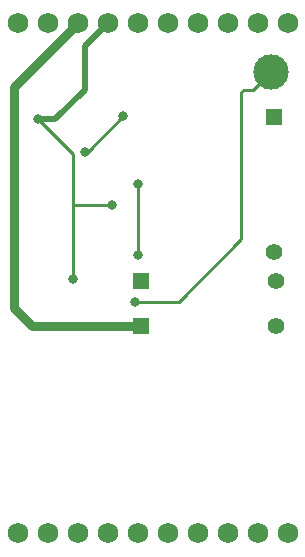
<source format=gbr>
%TF.GenerationSoftware,KiCad,Pcbnew,8.0.8*%
%TF.CreationDate,2025-02-16T23:43:51-05:00*%
%TF.ProjectId,Precharge Module V2.1,50726563-6861-4726-9765-204d6f64756c,rev?*%
%TF.SameCoordinates,Original*%
%TF.FileFunction,Copper,L2,Bot*%
%TF.FilePolarity,Positive*%
%FSLAX46Y46*%
G04 Gerber Fmt 4.6, Leading zero omitted, Abs format (unit mm)*
G04 Created by KiCad (PCBNEW 8.0.8) date 2025-02-16 23:43:51*
%MOMM*%
%LPD*%
G01*
G04 APERTURE LIST*
%TA.AperFunction,ComponentPad*%
%ADD10R,1.397000X1.397000*%
%TD*%
%TA.AperFunction,ComponentPad*%
%ADD11C,1.397000*%
%TD*%
%TA.AperFunction,ComponentPad*%
%ADD12C,3.000000*%
%TD*%
%TA.AperFunction,ComponentPad*%
%ADD13C,1.750000*%
%TD*%
%TA.AperFunction,ViaPad*%
%ADD14C,0.800000*%
%TD*%
%TA.AperFunction,Conductor*%
%ADD15C,0.500000*%
%TD*%
%TA.AperFunction,Conductor*%
%ADD16C,0.250000*%
%TD*%
%TA.AperFunction,Conductor*%
%ADD17C,0.750000*%
%TD*%
G04 APERTURE END LIST*
D10*
%TO.P,R6,1*%
%TO.N,Net-(Q4-D)*%
X61250000Y-51000000D03*
D11*
%TO.P,R6,2*%
%TO.N,Net-(Q1-E)*%
X72680000Y-51000000D03*
%TD*%
D12*
%TO.P,PC COIL -,1,1*%
%TO.N,Net-(D3-A)*%
X72250000Y-29500000D03*
%TD*%
D10*
%TO.P,R8,1*%
%TO.N,Net-(Q1-C)*%
X61250000Y-47250000D03*
D11*
%TO.P,R8,2*%
%TO.N,Net-(Q2-G)*%
X72680000Y-47250000D03*
%TD*%
D10*
%TO.P,R7,1*%
%TO.N,Net-(Q3-G)*%
X72500000Y-33285000D03*
D11*
%TO.P,R7,2*%
%TO.N,Net-(Q2-G)*%
X72500000Y-44715000D03*
%TD*%
D13*
%TO.P,J2,1,1*%
%TO.N,N/C*%
X50800000Y-68580000D03*
%TO.P,J2,2,2*%
X53340000Y-68580000D03*
%TO.P,J2,3,3*%
X55880000Y-68580000D03*
%TO.P,J2,4,4*%
X58420000Y-68580000D03*
%TO.P,J2,5,5*%
X60960000Y-68580000D03*
%TO.P,J2,6,6*%
X63500000Y-68580000D03*
%TO.P,J2,7,7*%
X66040000Y-68580000D03*
%TO.P,J2,8,8*%
X68580000Y-68580000D03*
%TO.P,J2,9,9*%
X71120000Y-68580000D03*
%TO.P,J2,10,10*%
X73660000Y-68580000D03*
%TD*%
%TO.P,J1,1,1*%
%TO.N,Net-(Q2-D)*%
X50800000Y-25400000D03*
%TO.P,J1,2,2*%
%TO.N,Net-(Q3-D)*%
X53340000Y-25400000D03*
%TO.P,J1,3,3*%
%TO.N,Net-(Q4-D)*%
X55880000Y-25400000D03*
%TO.P,J1,4,4*%
%TO.N,Net-(Q1-C)*%
X58420000Y-25400000D03*
%TO.P,J1,5,5*%
%TO.N,Net-(D3-A)*%
X60960000Y-25400000D03*
%TO.P,J1,6,6*%
%TO.N,unconnected-(J1-Pad6)*%
X63500000Y-25400000D03*
%TO.P,J1,7,7*%
%TO.N,unconnected-(J1-Pad7)*%
X66040000Y-25400000D03*
%TO.P,J1,8,8*%
%TO.N,unconnected-(J1-Pad8)*%
X68580000Y-25400000D03*
%TO.P,J1,9,9*%
%TO.N,unconnected-(J1-Pad9)*%
X71120000Y-25400000D03*
%TO.P,J1,10,10*%
%TO.N,unconnected-(J1-Pad10)*%
X73660000Y-25400000D03*
%TD*%
D14*
%TO.N,Net-(Q1-C)*%
X55500000Y-47000000D03*
X52500000Y-33500000D03*
X58750000Y-40750000D03*
%TO.N,Net-(U1-CV)*%
X61000000Y-39000000D03*
X61000000Y-45000000D03*
%TO.N,Net-(D3-A)*%
X60750000Y-49000000D03*
%TO.N,Net-(U1-THR)*%
X56500000Y-36250000D03*
X59750000Y-33250000D03*
%TD*%
D15*
%TO.N,Net-(Q1-C)*%
X52500000Y-33500000D02*
X54000000Y-33500000D01*
D16*
X58750000Y-40750000D02*
X55500000Y-40750000D01*
X55500000Y-40750000D02*
X55500000Y-36500000D01*
D15*
X56500000Y-27320000D02*
X58420000Y-25400000D01*
D16*
X55500000Y-47000000D02*
X55500000Y-40750000D01*
D15*
X56500000Y-31000000D02*
X56500000Y-27320000D01*
X54000000Y-33500000D02*
X56500000Y-31000000D01*
D16*
X55500000Y-36500000D02*
X52500000Y-33500000D01*
%TO.N,Net-(U1-CV)*%
X61000000Y-39000000D02*
X61000000Y-45000000D01*
%TO.N,Net-(D3-A)*%
X69750000Y-43697000D02*
X69750000Y-31250000D01*
X69750000Y-31250000D02*
X70000000Y-31000000D01*
X60750000Y-49000000D02*
X64447000Y-49000000D01*
X64447000Y-49000000D02*
X69750000Y-43697000D01*
X70750000Y-31000000D02*
X72250000Y-29500000D01*
X70000000Y-31000000D02*
X70750000Y-31000000D01*
%TO.N,Net-(U1-THR)*%
X59750000Y-33250000D02*
X56750000Y-36250000D01*
X56750000Y-36250000D02*
X56500000Y-36250000D01*
D17*
%TO.N,Net-(Q4-D)*%
X50500000Y-49500000D02*
X50500000Y-30780000D01*
X52000000Y-51000000D02*
X50500000Y-49500000D01*
X52000000Y-51000000D02*
X61250000Y-51000000D01*
X55880000Y-25400000D02*
X50500000Y-30780000D01*
%TD*%
M02*

</source>
